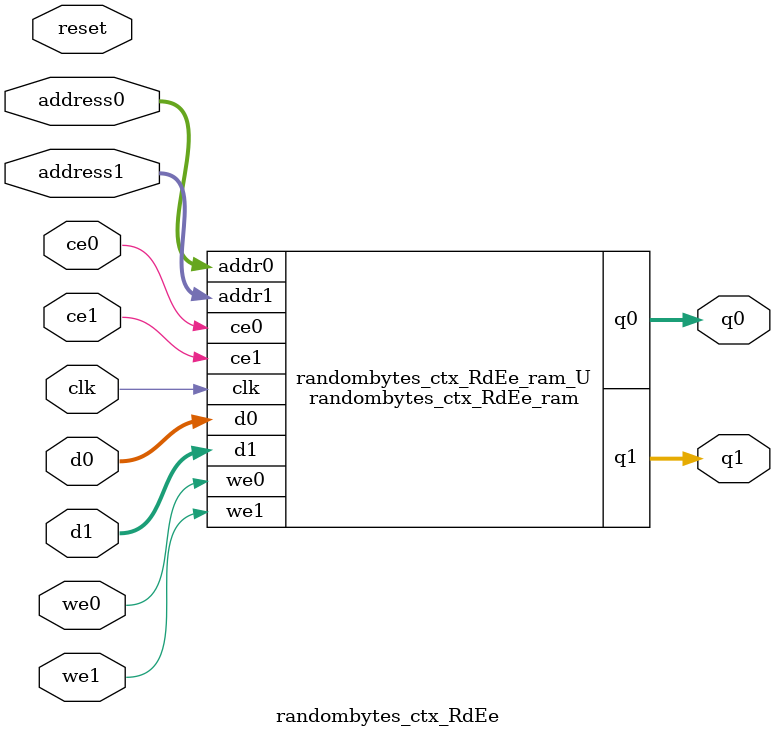
<source format=v>
`timescale 1 ns / 1 ps
module randombytes_ctx_RdEe_ram (addr0, ce0, d0, we0, q0, addr1, ce1, d1, we1, q1,  clk);

parameter DWIDTH = 8;
parameter AWIDTH = 8;
parameter MEM_SIZE = 240;

input[AWIDTH-1:0] addr0;
input ce0;
input[DWIDTH-1:0] d0;
input we0;
output reg[DWIDTH-1:0] q0;
input[AWIDTH-1:0] addr1;
input ce1;
input[DWIDTH-1:0] d1;
input we1;
output reg[DWIDTH-1:0] q1;
input clk;

(* ram_style = "block" *)reg [DWIDTH-1:0] ram[0:MEM_SIZE-1];




always @(posedge clk)  
begin 
    if (ce0) begin
        if (we0) 
            ram[addr0] <= d0; 
        q0 <= ram[addr0];
    end
end


always @(posedge clk)  
begin 
    if (ce1) begin
        if (we1) 
            ram[addr1] <= d1; 
        q1 <= ram[addr1];
    end
end


endmodule

`timescale 1 ns / 1 ps
module randombytes_ctx_RdEe(
    reset,
    clk,
    address0,
    ce0,
    we0,
    d0,
    q0,
    address1,
    ce1,
    we1,
    d1,
    q1);

parameter DataWidth = 32'd8;
parameter AddressRange = 32'd240;
parameter AddressWidth = 32'd8;
input reset;
input clk;
input[AddressWidth - 1:0] address0;
input ce0;
input we0;
input[DataWidth - 1:0] d0;
output[DataWidth - 1:0] q0;
input[AddressWidth - 1:0] address1;
input ce1;
input we1;
input[DataWidth - 1:0] d1;
output[DataWidth - 1:0] q1;



randombytes_ctx_RdEe_ram randombytes_ctx_RdEe_ram_U(
    .clk( clk ),
    .addr0( address0 ),
    .ce0( ce0 ),
    .we0( we0 ),
    .d0( d0 ),
    .q0( q0 ),
    .addr1( address1 ),
    .ce1( ce1 ),
    .we1( we1 ),
    .d1( d1 ),
    .q1( q1 ));

endmodule


</source>
